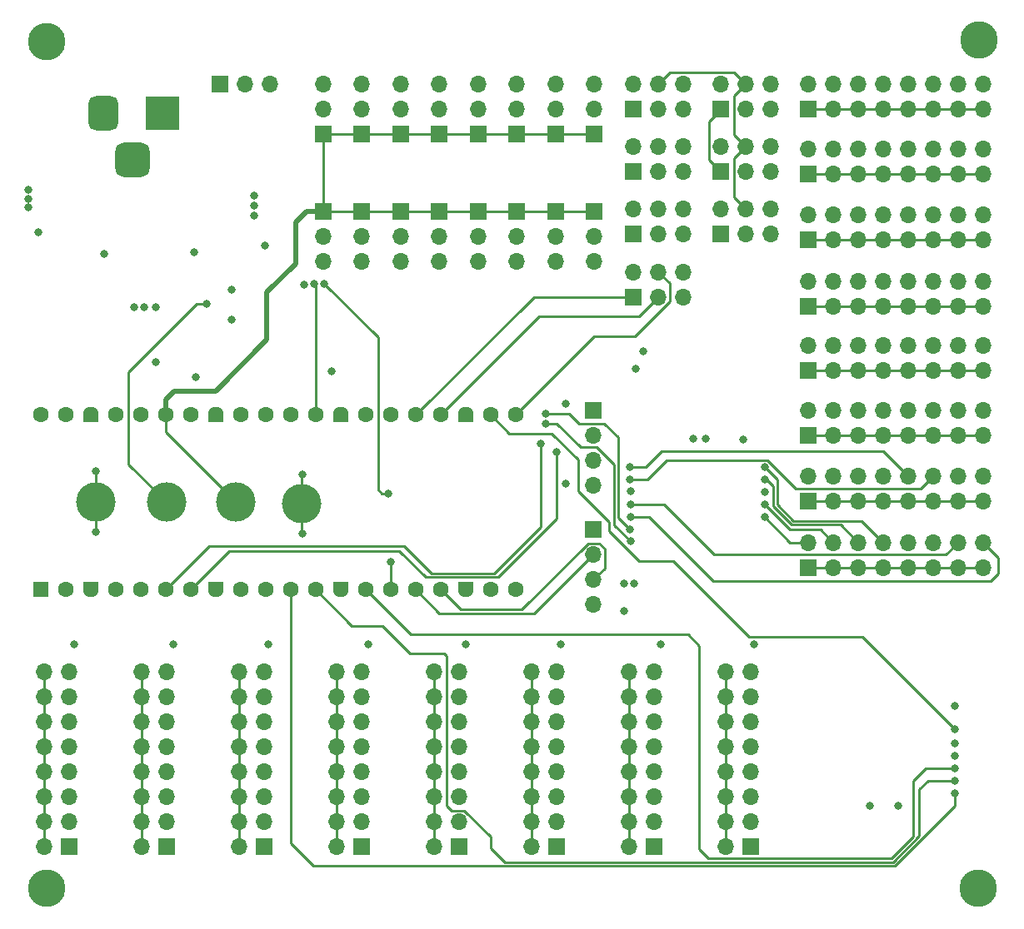
<source format=gbr>
%TF.GenerationSoftware,KiCad,Pcbnew,8.0.8*%
%TF.CreationDate,2025-03-09T11:30:45-03:00*%
%TF.ProjectId,pi_controller,70695f63-6f6e-4747-926f-6c6c65722e6b,1.0*%
%TF.SameCoordinates,Original*%
%TF.FileFunction,Copper,L4,Bot*%
%TF.FilePolarity,Positive*%
%FSLAX46Y46*%
G04 Gerber Fmt 4.6, Leading zero omitted, Abs format (unit mm)*
G04 Created by KiCad (PCBNEW 8.0.8) date 2025-03-09 11:30:45*
%MOMM*%
%LPD*%
G01*
G04 APERTURE LIST*
G04 Aperture macros list*
%AMRoundRect*
0 Rectangle with rounded corners*
0 $1 Rounding radius*
0 $2 $3 $4 $5 $6 $7 $8 $9 X,Y pos of 4 corners*
0 Add a 4 corners polygon primitive as box body*
4,1,4,$2,$3,$4,$5,$6,$7,$8,$9,$2,$3,0*
0 Add four circle primitives for the rounded corners*
1,1,$1+$1,$2,$3*
1,1,$1+$1,$4,$5*
1,1,$1+$1,$6,$7*
1,1,$1+$1,$8,$9*
0 Add four rect primitives between the rounded corners*
20,1,$1+$1,$2,$3,$4,$5,0*
20,1,$1+$1,$4,$5,$6,$7,0*
20,1,$1+$1,$6,$7,$8,$9,0*
20,1,$1+$1,$8,$9,$2,$3,0*%
%AMFreePoly0*
4,1,28,0.605014,0.794986,0.644504,0.794986,0.724698,0.756366,0.780194,0.686777,0.800000,0.600000,0.800000,-0.600000,0.780194,-0.686777,0.724698,-0.756366,0.644504,-0.794986,0.605014,-0.794986,0.600000,-0.800000,0.000000,-0.800000,-0.178017,-0.779942,-0.347107,-0.720775,-0.498792,-0.625465,-0.625465,-0.498792,-0.720775,-0.347107,-0.779942,-0.178017,-0.800000,0.000000,-0.779942,0.178017,
-0.720775,0.347107,-0.625465,0.498792,-0.498792,0.625465,-0.347107,0.720775,-0.178017,0.779942,0.000000,0.800000,0.600000,0.800000,0.605014,0.794986,0.605014,0.794986,$1*%
%AMFreePoly1*
4,1,28,0.178017,0.779942,0.347107,0.720775,0.498792,0.625465,0.625465,0.498792,0.720775,0.347107,0.779942,0.178017,0.800000,0.000000,0.779942,-0.178017,0.720775,-0.347107,0.625465,-0.498792,0.498792,-0.625465,0.347107,-0.720775,0.178017,-0.779942,0.000000,-0.800000,-0.600000,-0.800000,-0.605014,-0.794986,-0.644504,-0.794986,-0.724698,-0.756366,-0.780194,-0.686777,-0.800000,-0.600000,
-0.800000,0.600000,-0.780194,0.686777,-0.724698,0.756366,-0.644504,0.794986,-0.605014,0.794986,-0.600000,0.800000,0.000000,0.800000,0.178017,0.779942,0.178017,0.779942,$1*%
G04 Aperture macros list end*
%TA.AperFunction,ComponentPad*%
%ADD10R,3.500000X3.500000*%
%TD*%
%TA.AperFunction,ComponentPad*%
%ADD11RoundRect,0.750000X-0.750000X-1.000000X0.750000X-1.000000X0.750000X1.000000X-0.750000X1.000000X0*%
%TD*%
%TA.AperFunction,ComponentPad*%
%ADD12RoundRect,0.875000X-0.875000X-0.875000X0.875000X-0.875000X0.875000X0.875000X-0.875000X0.875000X0*%
%TD*%
%TA.AperFunction,ComponentPad*%
%ADD13RoundRect,0.200000X0.600000X-0.600000X0.600000X0.600000X-0.600000X0.600000X-0.600000X-0.600000X0*%
%TD*%
%TA.AperFunction,ComponentPad*%
%ADD14C,1.600000*%
%TD*%
%TA.AperFunction,ComponentPad*%
%ADD15FreePoly0,90.000000*%
%TD*%
%TA.AperFunction,ComponentPad*%
%ADD16FreePoly1,90.000000*%
%TD*%
%TA.AperFunction,SMDPad,CuDef*%
%ADD17C,4.000000*%
%TD*%
%TA.AperFunction,ComponentPad*%
%ADD18C,2.600000*%
%TD*%
%TA.AperFunction,ConnectorPad*%
%ADD19C,3.800000*%
%TD*%
%TA.AperFunction,ComponentPad*%
%ADD20R,1.700000X1.700000*%
%TD*%
%TA.AperFunction,ComponentPad*%
%ADD21O,1.700000X1.700000*%
%TD*%
%TA.AperFunction,ViaPad*%
%ADD22C,0.800000*%
%TD*%
%TA.AperFunction,Conductor*%
%ADD23C,0.250000*%
%TD*%
%TA.AperFunction,Conductor*%
%ADD24C,0.500000*%
%TD*%
G04 APERTURE END LIST*
D10*
%TO.P,J2,1*%
%TO.N,+9V*%
X103409000Y-66098500D03*
D11*
%TO.P,J2,2*%
%TO.N,GND*%
X97409000Y-66098500D03*
D12*
%TO.P,J2,3*%
%TO.N,unconnected-(J2-Pad3)*%
X100409000Y-70798500D03*
%TD*%
D13*
%TO.P,U4,1,GPIO0*%
%TO.N,/ROW1*%
X91059000Y-114554000D03*
D14*
%TO.P,U4,2,GPIO1*%
%TO.N,/ROW2*%
X93599000Y-114554000D03*
D15*
%TO.P,U4,3,GND*%
%TO.N,GND*%
X96139000Y-114554000D03*
D14*
%TO.P,U4,4,GPIO2*%
%TO.N,/ROW3*%
X98679000Y-114554000D03*
%TO.P,U4,5,GPIO3*%
%TO.N,/ROW4*%
X101219000Y-114554000D03*
%TO.P,U4,6,GPIO4*%
%TO.N,/SDA*%
X103759000Y-114554000D03*
%TO.P,U4,7,GPIO5*%
%TO.N,/SCL*%
X106299000Y-114554000D03*
D15*
%TO.P,U4,8,GND*%
%TO.N,GND*%
X108839000Y-114554000D03*
D14*
%TO.P,U4,9,GPIO6*%
%TO.N,/ROW5*%
X111379000Y-114554000D03*
%TO.P,U4,10,GPIO7*%
%TO.N,/ROW6*%
X113919000Y-114554000D03*
%TO.P,U4,11,GPIO8*%
%TO.N,/COL_MUX_A*%
X116459000Y-114554000D03*
%TO.P,U4,12,GPIO9*%
%TO.N,/COL_MUX_B*%
X118999000Y-114554000D03*
D15*
%TO.P,U4,13,GND*%
%TO.N,GND*%
X121539000Y-114554000D03*
D14*
%TO.P,U4,14,GPIO10*%
%TO.N,/COL_MUX_C*%
X124079000Y-114554000D03*
%TO.P,U4,15,GPIO11*%
%TO.N,/ADC_MUX_D*%
X126619000Y-114554000D03*
%TO.P,U4,16,GPIO12*%
%TO.N,/UART0_TX*%
X129159000Y-114554000D03*
%TO.P,U4,17,GPIO13*%
%TO.N,/UART0_RX*%
X131699000Y-114554000D03*
D15*
%TO.P,U4,18,GND*%
%TO.N,GND*%
X134239000Y-114554000D03*
D14*
%TO.P,U4,19,GPIO14*%
%TO.N,/ROW7*%
X136779000Y-114554000D03*
%TO.P,U4,20,GPIO15*%
%TO.N,/ROW8*%
X139319000Y-114554000D03*
%TO.P,U4,21,GPIO16*%
%TO.N,/MISO*%
X139319000Y-96774000D03*
%TO.P,U4,22,GPIO17*%
%TO.N,/CS_KEY*%
X136779000Y-96774000D03*
D16*
%TO.P,U4,23,GND*%
%TO.N,GND*%
X134239000Y-96774000D03*
D14*
%TO.P,U4,24,GPIO18*%
%TO.N,/SCLK*%
X131699000Y-96774000D03*
%TO.P,U4,25,GPIO19*%
%TO.N,/MOSI*%
X129159000Y-96774000D03*
%TO.P,U4,26,GPIO20*%
%TO.N,/ADC_MUX_A*%
X126619000Y-96774000D03*
%TO.P,U4,27,GPIO21*%
%TO.N,/ADC_MUX_B*%
X124079000Y-96774000D03*
D16*
%TO.P,U4,28,GND*%
%TO.N,GND*%
X121539000Y-96774000D03*
D14*
%TO.P,U4,29,GPIO22*%
%TO.N,/ADC_MUX_C*%
X118999000Y-96774000D03*
%TO.P,U4,30,RUN*%
%TO.N,unconnected-(U4-RUN-Pad30)*%
X116459000Y-96774000D03*
%TO.P,U4,31,GPIO26_ADC0*%
%TO.N,/ADC0*%
X113919000Y-96774000D03*
%TO.P,U4,32,GPIO27_ADC1*%
%TO.N,/CS_LED*%
X111379000Y-96774000D03*
D16*
%TO.P,U4,33,AGND*%
%TO.N,GND*%
X108839000Y-96774000D03*
D14*
%TO.P,U4,34,GPIO28_ADC2*%
%TO.N,/PWM_OUT*%
X106299000Y-96774000D03*
%TO.P,U4,35,ADC_VREF*%
%TO.N,VDDA*%
X103759000Y-96774000D03*
%TO.P,U4,36,3V3*%
%TO.N,unconnected-(U4-3V3-Pad36)*%
X101219000Y-96774000D03*
%TO.P,U4,37,3V3_EN*%
%TO.N,unconnected-(U4-3V3_EN-Pad37)*%
X98679000Y-96774000D03*
D16*
%TO.P,U4,38,GND*%
%TO.N,GND*%
X96139000Y-96774000D03*
D14*
%TO.P,U4,39,VSYS*%
%TO.N,unconnected-(U4-VSYS-Pad39)*%
X93599000Y-96774000D03*
%TO.P,U4,40,VBUS*%
%TO.N,unconnected-(U4-VBUS-Pad40)*%
X91059000Y-96774000D03*
%TD*%
D17*
%TO.P,TP2,1,1*%
%TO.N,VDDA*%
X110871000Y-105664000D03*
%TD*%
%TO.P,TP3,1,1*%
%TO.N,Net-(D1-A)*%
X103812666Y-105664000D03*
%TD*%
%TO.P,TP4,1,1*%
%TO.N,+3V3*%
X96647000Y-105664000D03*
%TD*%
%TO.P,TP1,1,1*%
%TO.N,GND*%
X117602000Y-105791000D03*
%TD*%
D18*
%TO.P,H3,1,1*%
%TO.N,GND*%
X91694000Y-144907000D03*
D19*
X91694000Y-144907000D03*
%TD*%
D18*
%TO.P,H2,1,1*%
%TO.N,GND*%
X186436000Y-58674000D03*
D19*
X186436000Y-58674000D03*
%TD*%
D18*
%TO.P,H1,1,1*%
%TO.N,GND*%
X91694000Y-58801000D03*
D19*
X91694000Y-58801000D03*
%TD*%
D18*
%TO.P,H4,1,1*%
%TO.N,GND*%
X186309000Y-144907000D03*
D19*
X186309000Y-144907000D03*
%TD*%
D20*
%TO.P,J23,1,Pin_1*%
%TO.N,/MOSI*%
X160147000Y-65659000D03*
D21*
%TO.P,J23,2,Pin_2*%
%TO.N,+3V3*%
X160147000Y-63119000D03*
%TO.P,J23,3,Pin_3*%
%TO.N,/SCLK*%
X162687000Y-65659000D03*
%TO.P,J23,4,Pin_4*%
%TO.N,/MISO*%
X162687000Y-63119000D03*
%TO.P,J23,5,Pin_5*%
%TO.N,/CS7*%
X165227000Y-65659000D03*
%TO.P,J23,6,Pin_6*%
%TO.N,GND*%
X165227000Y-63119000D03*
%TD*%
D20*
%TO.P,J22,1,Pin_1*%
%TO.N,/MOSI*%
X151257000Y-65659000D03*
D21*
%TO.P,J22,2,Pin_2*%
%TO.N,+3V3*%
X151257000Y-63119000D03*
%TO.P,J22,3,Pin_3*%
%TO.N,/SCLK*%
X153797000Y-65659000D03*
%TO.P,J22,4,Pin_4*%
%TO.N,/MISO*%
X153797000Y-63119000D03*
%TO.P,J22,5,Pin_5*%
%TO.N,/CS5*%
X156337000Y-65659000D03*
%TO.P,J22,6,Pin_6*%
%TO.N,GND*%
X156337000Y-63119000D03*
%TD*%
D20*
%TO.P,J21,1,Pin_1*%
%TO.N,/MOSI*%
X151272000Y-78363999D03*
D21*
%TO.P,J21,2,Pin_2*%
%TO.N,+3V3*%
X151272000Y-75823999D03*
%TO.P,J21,3,Pin_3*%
%TO.N,/SCLK*%
X153812000Y-78363999D03*
%TO.P,J21,4,Pin_4*%
%TO.N,/MISO*%
X153812000Y-75823999D03*
%TO.P,J21,5,Pin_5*%
%TO.N,/CS3*%
X156352000Y-78363999D03*
%TO.P,J21,6,Pin_6*%
%TO.N,GND*%
X156352000Y-75823999D03*
%TD*%
D20*
%TO.P,J20,1,Pin_1*%
%TO.N,/MOSI*%
X160147000Y-72009000D03*
D21*
%TO.P,J20,2,Pin_2*%
%TO.N,+3V3*%
X160147000Y-69469000D03*
%TO.P,J20,3,Pin_3*%
%TO.N,/SCLK*%
X162687000Y-72009000D03*
%TO.P,J20,4,Pin_4*%
%TO.N,/MISO*%
X162687000Y-69469000D03*
%TO.P,J20,5,Pin_5*%
%TO.N,/CS8*%
X165227000Y-72009000D03*
%TO.P,J20,6,Pin_6*%
%TO.N,GND*%
X165227000Y-69469000D03*
%TD*%
D20*
%TO.P,J19,1,Pin_1*%
%TO.N,/MOSI*%
X160147000Y-78359000D03*
D21*
%TO.P,J19,2,Pin_2*%
%TO.N,+3V3*%
X160147000Y-75819000D03*
%TO.P,J19,3,Pin_3*%
%TO.N,/SCLK*%
X162687000Y-78359000D03*
%TO.P,J19,4,Pin_4*%
%TO.N,/MISO*%
X162687000Y-75819000D03*
%TO.P,J19,5,Pin_5*%
%TO.N,/CS6*%
X165227000Y-78359000D03*
%TO.P,J19,6,Pin_6*%
%TO.N,GND*%
X165227000Y-75819000D03*
%TD*%
D20*
%TO.P,J18,1,Pin_1*%
%TO.N,/MOSI*%
X151257000Y-72009000D03*
D21*
%TO.P,J18,2,Pin_2*%
%TO.N,+3V3*%
X151257000Y-69469000D03*
%TO.P,J18,3,Pin_3*%
%TO.N,/SCLK*%
X153797000Y-72009000D03*
%TO.P,J18,4,Pin_4*%
%TO.N,/MISO*%
X153797000Y-69469000D03*
%TO.P,J18,5,Pin_5*%
%TO.N,/CS4*%
X156337000Y-72009000D03*
%TO.P,J18,6,Pin_6*%
%TO.N,GND*%
X156337000Y-69469000D03*
%TD*%
D20*
%TO.P,J17,1,Pin_1*%
%TO.N,/MOSI*%
X151272000Y-84756332D03*
D21*
%TO.P,J17,2,Pin_2*%
%TO.N,+3V3*%
X151272000Y-82216332D03*
%TO.P,J17,3,Pin_3*%
%TO.N,/SCLK*%
X153812000Y-84756332D03*
%TO.P,J17,4,Pin_4*%
%TO.N,/MISO*%
X153812000Y-82216332D03*
%TO.P,J17,5,Pin_5*%
%TO.N,/CS2*%
X156352000Y-84756332D03*
%TO.P,J17,6,Pin_6*%
%TO.N,GND*%
X156352000Y-82216332D03*
%TD*%
%TO.P,J43,16,Pin_16*%
%TO.N,/ROW8*%
X160688000Y-122936000D03*
%TO.P,J43,15,Pin_15*%
%TO.N,Net-(D54-A)*%
X163228000Y-122936000D03*
%TO.P,J43,14,Pin_14*%
%TO.N,/ROW8*%
X160688000Y-125476000D03*
%TO.P,J43,13,Pin_13*%
%TO.N,Net-(D52-A)*%
X163228000Y-125476000D03*
%TO.P,J43,12,Pin_12*%
%TO.N,/ROW8*%
X160688000Y-128016000D03*
%TO.P,J43,11,Pin_11*%
%TO.N,Net-(D53-A)*%
X163228000Y-128016000D03*
%TO.P,J43,10,Pin_10*%
%TO.N,/ROW8*%
X160688000Y-130556000D03*
%TO.P,J43,9,Pin_9*%
%TO.N,Net-(D51-A)*%
X163228000Y-130556000D03*
%TO.P,J43,8,Pin_8*%
%TO.N,/ROW8*%
X160688000Y-133096000D03*
%TO.P,J43,7,Pin_7*%
%TO.N,Net-(D55-A)*%
X163228000Y-133096000D03*
%TO.P,J43,6,Pin_6*%
%TO.N,/ROW8*%
X160688000Y-135636000D03*
%TO.P,J43,5,Pin_5*%
%TO.N,Net-(D57-A)*%
X163228000Y-135636000D03*
%TO.P,J43,4,Pin_4*%
%TO.N,/ROW8*%
X160688000Y-138176000D03*
%TO.P,J43,3,Pin_3*%
%TO.N,Net-(D56-A)*%
X163228000Y-138176000D03*
%TO.P,J43,2,Pin_2*%
%TO.N,/ROW8*%
X160688000Y-140716000D03*
D20*
%TO.P,J43,1,Pin_1*%
%TO.N,Net-(D65-A)*%
X163228000Y-140716000D03*
%TD*%
%TO.P,J42,1,Pin_1*%
%TO.N,Net-(D63-A)*%
X153416000Y-140716000D03*
D21*
%TO.P,J42,2,Pin_2*%
%TO.N,/ROW7*%
X150876000Y-140716000D03*
%TO.P,J42,3,Pin_3*%
%TO.N,Net-(D48-A)*%
X153416000Y-138176000D03*
%TO.P,J42,4,Pin_4*%
%TO.N,/ROW7*%
X150876000Y-138176000D03*
%TO.P,J42,5,Pin_5*%
%TO.N,Net-(D50-A)*%
X153416000Y-135636000D03*
%TO.P,J42,6,Pin_6*%
%TO.N,/ROW7*%
X150876000Y-135636000D03*
%TO.P,J42,7,Pin_7*%
%TO.N,Net-(D38-A)*%
X153416000Y-133096000D03*
%TO.P,J42,8,Pin_8*%
%TO.N,/ROW7*%
X150876000Y-133096000D03*
%TO.P,J42,9,Pin_9*%
%TO.N,Net-(D39-A)*%
X153416000Y-130556000D03*
%TO.P,J42,10,Pin_10*%
%TO.N,/ROW7*%
X150876000Y-130556000D03*
%TO.P,J42,11,Pin_11*%
%TO.N,Net-(D49-A)*%
X153416000Y-128016000D03*
%TO.P,J42,12,Pin_12*%
%TO.N,/ROW7*%
X150876000Y-128016000D03*
%TO.P,J42,13,Pin_13*%
%TO.N,Net-(D37-A)*%
X153416000Y-125476000D03*
%TO.P,J42,14,Pin_14*%
%TO.N,/ROW7*%
X150876000Y-125476000D03*
%TO.P,J42,15,Pin_15*%
%TO.N,Net-(D47-A)*%
X153416000Y-122936000D03*
%TO.P,J42,16,Pin_16*%
%TO.N,/ROW7*%
X150876000Y-122936000D03*
%TD*%
D20*
%TO.P,J41,1,Pin_1*%
%TO.N,Net-(D64-A)*%
X143510000Y-140716000D03*
D21*
%TO.P,J41,2,Pin_2*%
%TO.N,/ROW6*%
X140970000Y-140716000D03*
%TO.P,J41,3,Pin_3*%
%TO.N,Net-(D40-A)*%
X143510000Y-138176000D03*
%TO.P,J41,4,Pin_4*%
%TO.N,/ROW6*%
X140970000Y-138176000D03*
%TO.P,J41,5,Pin_5*%
%TO.N,Net-(D41-A)*%
X143510000Y-135636000D03*
%TO.P,J41,6,Pin_6*%
%TO.N,/ROW6*%
X140970000Y-135636000D03*
%TO.P,J41,7,Pin_7*%
%TO.N,Net-(D42-A)*%
X143510000Y-133096000D03*
%TO.P,J41,8,Pin_8*%
%TO.N,/ROW6*%
X140970000Y-133096000D03*
%TO.P,J41,9,Pin_9*%
%TO.N,Net-(D43-A)*%
X143510000Y-130556000D03*
%TO.P,J41,10,Pin_10*%
%TO.N,/ROW6*%
X140970000Y-130556000D03*
%TO.P,J41,11,Pin_11*%
%TO.N,Net-(D44-A)*%
X143510000Y-128016000D03*
%TO.P,J41,12,Pin_12*%
%TO.N,/ROW6*%
X140970000Y-128016000D03*
%TO.P,J41,13,Pin_13*%
%TO.N,Net-(D45-A)*%
X143510000Y-125476000D03*
%TO.P,J41,14,Pin_14*%
%TO.N,/ROW6*%
X140970000Y-125476000D03*
%TO.P,J41,15,Pin_15*%
%TO.N,Net-(D46-A)*%
X143510000Y-122936000D03*
%TO.P,J41,16,Pin_16*%
%TO.N,/ROW6*%
X140970000Y-122936000D03*
%TD*%
D20*
%TO.P,J40,1,Pin_1*%
%TO.N,Net-(D62-A)*%
X123698000Y-140700210D03*
D21*
%TO.P,J40,2,Pin_2*%
%TO.N,/ROW4*%
X121158000Y-140700210D03*
%TO.P,J40,3,Pin_3*%
%TO.N,Net-(D31-A)*%
X123698000Y-138160210D03*
%TO.P,J40,4,Pin_4*%
%TO.N,/ROW4*%
X121158000Y-138160210D03*
%TO.P,J40,5,Pin_5*%
%TO.N,Net-(D28-A)*%
X123698000Y-135620210D03*
%TO.P,J40,6,Pin_6*%
%TO.N,/ROW4*%
X121158000Y-135620210D03*
%TO.P,J40,7,Pin_7*%
%TO.N,Net-(D25-A)*%
X123698000Y-133080210D03*
%TO.P,J40,8,Pin_8*%
%TO.N,/ROW4*%
X121158000Y-133080210D03*
%TO.P,J40,9,Pin_9*%
%TO.N,Net-(D23-A)*%
X123698000Y-130540210D03*
%TO.P,J40,10,Pin_10*%
%TO.N,/ROW4*%
X121158000Y-130540210D03*
%TO.P,J40,11,Pin_11*%
%TO.N,Net-(D21-A)*%
X123698000Y-128000210D03*
%TO.P,J40,12,Pin_12*%
%TO.N,/ROW4*%
X121158000Y-128000210D03*
%TO.P,J40,13,Pin_13*%
%TO.N,Net-(D18-A)*%
X123698000Y-125460210D03*
%TO.P,J40,14,Pin_14*%
%TO.N,/ROW4*%
X121158000Y-125460210D03*
%TO.P,J40,15,Pin_15*%
%TO.N,Net-(D16-A)*%
X123698000Y-122920210D03*
%TO.P,J40,16,Pin_16*%
%TO.N,/ROW4*%
X121158000Y-122920210D03*
%TD*%
%TO.P,J37,16,Pin_16*%
%TO.N,/ROW2*%
X101346000Y-122936000D03*
%TO.P,J37,15,Pin_15*%
%TO.N,Net-(D4-A)*%
X103886000Y-122936000D03*
%TO.P,J37,14,Pin_14*%
%TO.N,/ROW2*%
X101346000Y-125476000D03*
%TO.P,J37,13,Pin_13*%
%TO.N,Net-(D15-A)*%
X103886000Y-125476000D03*
%TO.P,J37,12,Pin_12*%
%TO.N,/ROW2*%
X101346000Y-128016000D03*
%TO.P,J37,11,Pin_11*%
%TO.N,Net-(D6-A)*%
X103886000Y-128016000D03*
%TO.P,J37,10,Pin_10*%
%TO.N,/ROW2*%
X101346000Y-130556000D03*
%TO.P,J37,9,Pin_9*%
%TO.N,Net-(D8-A)*%
X103886000Y-130556000D03*
%TO.P,J37,8,Pin_8*%
%TO.N,/ROW2*%
X101346000Y-133096000D03*
%TO.P,J37,7,Pin_7*%
%TO.N,Net-(D10-A)*%
X103886000Y-133096000D03*
%TO.P,J37,6,Pin_6*%
%TO.N,/ROW2*%
X101346000Y-135636000D03*
%TO.P,J37,5,Pin_5*%
%TO.N,Net-(D14-A)*%
X103886000Y-135636000D03*
%TO.P,J37,4,Pin_4*%
%TO.N,/ROW2*%
X101346000Y-138176000D03*
%TO.P,J37,3,Pin_3*%
%TO.N,Net-(D13-A)*%
X103886000Y-138176000D03*
%TO.P,J37,2,Pin_2*%
%TO.N,/ROW2*%
X101346000Y-140716000D03*
D20*
%TO.P,J37,1,Pin_1*%
%TO.N,Net-(D59-A)*%
X103886000Y-140716000D03*
%TD*%
D21*
%TO.P,J36,16,Pin_16*%
%TO.N,/ROW1*%
X91440000Y-122936000D03*
%TO.P,J36,15,Pin_15*%
%TO.N,Net-(D3-A)*%
X93980000Y-122936000D03*
%TO.P,J36,14,Pin_14*%
%TO.N,/ROW1*%
X91440000Y-125476000D03*
%TO.P,J36,13,Pin_13*%
%TO.N,Net-(D5-A)*%
X93980000Y-125476000D03*
%TO.P,J36,12,Pin_12*%
%TO.N,/ROW1*%
X91440000Y-128016000D03*
%TO.P,J36,11,Pin_11*%
%TO.N,Net-(D7-A)*%
X93980000Y-128016000D03*
%TO.P,J36,10,Pin_10*%
%TO.N,/ROW1*%
X91440000Y-130556000D03*
%TO.P,J36,9,Pin_9*%
%TO.N,Net-(D9-A)*%
X93980000Y-130556000D03*
%TO.P,J36,8,Pin_8*%
%TO.N,/ROW1*%
X91440000Y-133096000D03*
%TO.P,J36,7,Pin_7*%
%TO.N,Net-(D11-A)*%
X93980000Y-133096000D03*
%TO.P,J36,6,Pin_6*%
%TO.N,/ROW1*%
X91440000Y-135636000D03*
%TO.P,J36,5,Pin_5*%
%TO.N,Net-(D2-A)*%
X93980000Y-135636000D03*
%TO.P,J36,4,Pin_4*%
%TO.N,/ROW1*%
X91440000Y-138176000D03*
%TO.P,J36,3,Pin_3*%
%TO.N,Net-(D12-A)*%
X93980000Y-138176000D03*
%TO.P,J36,2,Pin_2*%
%TO.N,/ROW1*%
X91440000Y-140716000D03*
D20*
%TO.P,J36,1,Pin_1*%
%TO.N,Net-(D58-A)*%
X93980000Y-140716000D03*
%TD*%
%TO.P,J25,1,Pin_1*%
%TO.N,VDDA*%
X147320000Y-68199000D03*
D21*
%TO.P,J25,2,Pin_2*%
%TO.N,/AN16*%
X147320000Y-65659000D03*
%TO.P,J25,3,Pin_3*%
%TO.N,GND*%
X147320000Y-63119000D03*
%TD*%
D20*
%TO.P,J14,1,Pin_1*%
%TO.N,VDDA*%
X139446000Y-68229000D03*
D21*
%TO.P,J14,2,Pin_2*%
%TO.N,/AN14*%
X139446000Y-65689000D03*
%TO.P,J14,3,Pin_3*%
%TO.N,GND*%
X139446000Y-63149000D03*
%TD*%
D20*
%TO.P,J3,1,Pin_1*%
%TO.N,VDDA*%
X131572000Y-68229000D03*
D21*
%TO.P,J3,2,Pin_2*%
%TO.N,/AN12*%
X131572000Y-65689000D03*
%TO.P,J3,3,Pin_3*%
%TO.N,GND*%
X131572000Y-63149000D03*
%TD*%
D20*
%TO.P,J13,1,Pin_1*%
%TO.N,VDDA*%
X123698000Y-68199000D03*
D21*
%TO.P,J13,2,Pin_2*%
%TO.N,/AN10*%
X123698000Y-65659000D03*
%TO.P,J13,3,Pin_3*%
%TO.N,GND*%
X123698000Y-63119000D03*
%TD*%
D20*
%TO.P,J12,1,Pin_1*%
%TO.N,VDDA*%
X119761000Y-76118000D03*
D21*
%TO.P,J12,2,Pin_2*%
%TO.N,/AN8*%
X119761000Y-78658000D03*
%TO.P,J12,3,Pin_3*%
%TO.N,GND*%
X119761000Y-81198000D03*
%TD*%
D20*
%TO.P,J11,1,Pin_1*%
%TO.N,VDDA*%
X127635000Y-76118000D03*
D21*
%TO.P,J11,2,Pin_2*%
%TO.N,/AN6*%
X127635000Y-78658000D03*
%TO.P,J11,3,Pin_3*%
%TO.N,GND*%
X127635000Y-81198000D03*
%TD*%
D20*
%TO.P,J10,1,Pin_1*%
%TO.N,VDDA*%
X135509000Y-76118000D03*
D21*
%TO.P,J10,2,Pin_2*%
%TO.N,/AN4*%
X135509000Y-78658000D03*
%TO.P,J10,3,Pin_3*%
%TO.N,GND*%
X135509000Y-81198000D03*
%TD*%
D20*
%TO.P,J16,1,Pin_1*%
%TO.N,VDDA*%
X143383000Y-76118000D03*
D21*
%TO.P,J16,2,Pin_2*%
%TO.N,/AN2*%
X143383000Y-78658000D03*
%TO.P,J16,3,Pin_3*%
%TO.N,GND*%
X143383000Y-81198000D03*
%TD*%
D20*
%TO.P,J15,1,Pin_1*%
%TO.N,VDDA*%
X143383000Y-68199000D03*
D21*
%TO.P,J15,2,Pin_2*%
%TO.N,/AN15*%
X143383000Y-65659000D03*
%TO.P,J15,3,Pin_3*%
%TO.N,GND*%
X143383000Y-63119000D03*
%TD*%
D20*
%TO.P,J9,1,Pin_1*%
%TO.N,VDDA*%
X135509000Y-68229000D03*
D21*
%TO.P,J9,2,Pin_2*%
%TO.N,/AN13*%
X135509000Y-65689000D03*
%TO.P,J9,3,Pin_3*%
%TO.N,GND*%
X135509000Y-63149000D03*
%TD*%
D20*
%TO.P,J6,1,Pin_1*%
%TO.N,VDDA*%
X127635000Y-68229000D03*
D21*
%TO.P,J6,2,Pin_2*%
%TO.N,/AN11*%
X127635000Y-65689000D03*
%TO.P,J6,3,Pin_3*%
%TO.N,GND*%
X127635000Y-63149000D03*
%TD*%
D20*
%TO.P,J5,1,Pin_1*%
%TO.N,VDDA*%
X119761000Y-68199000D03*
D21*
%TO.P,J5,2,Pin_2*%
%TO.N,/AN9*%
X119761000Y-65659000D03*
%TO.P,J5,3,Pin_3*%
%TO.N,GND*%
X119761000Y-63119000D03*
%TD*%
D20*
%TO.P,J4,1,Pin_1*%
%TO.N,VDDA*%
X123698000Y-76118000D03*
D21*
%TO.P,J4,2,Pin_2*%
%TO.N,/AN7*%
X123698000Y-78658000D03*
%TO.P,J4,3,Pin_3*%
%TO.N,GND*%
X123698000Y-81198000D03*
%TD*%
D20*
%TO.P,J7,1,Pin_1*%
%TO.N,VDDA*%
X131572000Y-76118000D03*
D21*
%TO.P,J7,2,Pin_2*%
%TO.N,/AN5*%
X131572000Y-78658000D03*
%TO.P,J7,3,Pin_3*%
%TO.N,GND*%
X131572000Y-81198000D03*
%TD*%
D20*
%TO.P,J8,1,Pin_1*%
%TO.N,VDDA*%
X139446000Y-76118000D03*
D21*
%TO.P,J8,2,Pin_2*%
%TO.N,/AN3*%
X139446000Y-78658000D03*
%TO.P,J8,3,Pin_3*%
%TO.N,GND*%
X139446000Y-81198000D03*
%TD*%
D20*
%TO.P,J24,1,Pin_1*%
%TO.N,VDDA*%
X147320000Y-76118000D03*
D21*
%TO.P,J24,2,Pin_2*%
%TO.N,/AN1*%
X147320000Y-78658000D03*
%TO.P,J24,3,Pin_3*%
%TO.N,GND*%
X147320000Y-81198000D03*
%TD*%
%TO.P,J1,3,Pin_3*%
%TO.N,GND*%
X114315000Y-63119000D03*
%TO.P,J1,2,Pin_2*%
%TO.N,Net-(J1-Pin_2)*%
X111775000Y-63119000D03*
D20*
%TO.P,J1,1,Pin_1*%
%TO.N,+9V*%
X109235000Y-63119000D03*
%TD*%
%TO.P,J31,1,Pin_1*%
%TO.N,+3V3*%
X147193000Y-108458000D03*
D21*
%TO.P,J31,2,Pin_2*%
%TO.N,/UART0_TX*%
X147193000Y-110998000D03*
%TO.P,J31,3,Pin_3*%
%TO.N,/UART0_RX*%
X147193000Y-113538000D03*
%TO.P,J31,4,Pin_4*%
%TO.N,GND*%
X147193000Y-116078000D03*
%TD*%
%TO.P,J30,4,Pin_4*%
%TO.N,GND*%
X147193000Y-103896000D03*
%TO.P,J30,3,Pin_3*%
%TO.N,/SCL*%
X147193000Y-101356000D03*
%TO.P,J30,2,Pin_2*%
%TO.N,/SDA*%
X147193000Y-98816000D03*
D20*
%TO.P,J30,1,Pin_1*%
%TO.N,+3V3*%
X147193000Y-96276000D03*
%TD*%
D21*
%TO.P,J39,16,Pin_16*%
%TO.N,/ROW5*%
X131064000Y-122936000D03*
%TO.P,J39,15,Pin_15*%
%TO.N,Net-(D19-A)*%
X133604000Y-122936000D03*
%TO.P,J39,14,Pin_14*%
%TO.N,/ROW5*%
X131064000Y-125476000D03*
%TO.P,J39,13,Pin_13*%
%TO.N,Net-(D17-A)*%
X133604000Y-125476000D03*
%TO.P,J39,12,Pin_12*%
%TO.N,/ROW5*%
X131064000Y-128016000D03*
%TO.P,J39,11,Pin_11*%
%TO.N,Net-(D20-A)*%
X133604000Y-128016000D03*
%TO.P,J39,10,Pin_10*%
%TO.N,/ROW5*%
X131064000Y-130556000D03*
%TO.P,J39,9,Pin_9*%
%TO.N,Net-(D22-A)*%
X133604000Y-130556000D03*
%TO.P,J39,8,Pin_8*%
%TO.N,/ROW5*%
X131064000Y-133096000D03*
%TO.P,J39,7,Pin_7*%
%TO.N,Net-(D24-A)*%
X133604000Y-133096000D03*
%TO.P,J39,6,Pin_6*%
%TO.N,/ROW5*%
X131064000Y-135636000D03*
%TO.P,J39,5,Pin_5*%
%TO.N,Net-(D27-A)*%
X133604000Y-135636000D03*
%TO.P,J39,4,Pin_4*%
%TO.N,/ROW5*%
X131064000Y-138176000D03*
%TO.P,J39,3,Pin_3*%
%TO.N,Net-(D30-A)*%
X133604000Y-138176000D03*
%TO.P,J39,2,Pin_2*%
%TO.N,/ROW5*%
X131064000Y-140716000D03*
D20*
%TO.P,J39,1,Pin_1*%
%TO.N,Net-(D61-A)*%
X133604000Y-140716000D03*
%TD*%
%TO.P,J38,1,Pin_1*%
%TO.N,Net-(D60-A)*%
X113792000Y-140716000D03*
D21*
%TO.P,J38,2,Pin_2*%
%TO.N,/ROW3*%
X111252000Y-140716000D03*
%TO.P,J38,3,Pin_3*%
%TO.N,Net-(D36-A)*%
X113792000Y-138176000D03*
%TO.P,J38,4,Pin_4*%
%TO.N,/ROW3*%
X111252000Y-138176000D03*
%TO.P,J38,5,Pin_5*%
%TO.N,Net-(D33-A)*%
X113792000Y-135636000D03*
%TO.P,J38,6,Pin_6*%
%TO.N,/ROW3*%
X111252000Y-135636000D03*
%TO.P,J38,7,Pin_7*%
%TO.N,Net-(D32-A)*%
X113792000Y-133096000D03*
%TO.P,J38,8,Pin_8*%
%TO.N,/ROW3*%
X111252000Y-133096000D03*
%TO.P,J38,9,Pin_9*%
%TO.N,Net-(D34-A)*%
X113792000Y-130556000D03*
%TO.P,J38,10,Pin_10*%
%TO.N,/ROW3*%
X111252000Y-130556000D03*
%TO.P,J38,11,Pin_11*%
%TO.N,Net-(D26-A)*%
X113792000Y-128016000D03*
%TO.P,J38,12,Pin_12*%
%TO.N,/ROW3*%
X111252000Y-128016000D03*
%TO.P,J38,13,Pin_13*%
%TO.N,Net-(D29-A)*%
X113792000Y-125476000D03*
%TO.P,J38,14,Pin_14*%
%TO.N,/ROW3*%
X111252000Y-125476000D03*
%TO.P,J38,15,Pin_15*%
%TO.N,Net-(D35-A)*%
X113792000Y-122936000D03*
%TO.P,J38,16,Pin_16*%
%TO.N,/ROW3*%
X111252000Y-122936000D03*
%TD*%
%TO.P,J27,16,Pin_16*%
%TO.N,/GRID1*%
X186817000Y-83190000D03*
%TO.P,J27,15,Pin_15*%
%TO.N,/SEG9*%
X186817000Y-85730000D03*
%TO.P,J27,14,Pin_14*%
%TO.N,/GRID2*%
X184277000Y-83190000D03*
%TO.P,J27,13,Pin_13*%
%TO.N,/SEG9*%
X184277000Y-85730000D03*
%TO.P,J27,12,Pin_12*%
%TO.N,/GRID3*%
X181737000Y-83190000D03*
%TO.P,J27,11,Pin_11*%
%TO.N,/SEG9*%
X181737000Y-85730000D03*
%TO.P,J27,10,Pin_10*%
%TO.N,/GRID4*%
X179197000Y-83190000D03*
%TO.P,J27,9,Pin_9*%
%TO.N,/SEG9*%
X179197000Y-85730000D03*
%TO.P,J27,8,Pin_8*%
%TO.N,/GRID5*%
X176657000Y-83190000D03*
%TO.P,J27,7,Pin_7*%
%TO.N,/SEG9*%
X176657000Y-85730000D03*
%TO.P,J27,6,Pin_6*%
%TO.N,/GRID6*%
X174117000Y-83190000D03*
%TO.P,J27,5,Pin_5*%
%TO.N,/SEG9*%
X174117000Y-85730000D03*
%TO.P,J27,4,Pin_4*%
%TO.N,/GRID7*%
X171577000Y-83190000D03*
%TO.P,J27,3,Pin_3*%
%TO.N,/SEG9*%
X171577000Y-85730000D03*
%TO.P,J27,2,Pin_2*%
%TO.N,/GRID8*%
X169037000Y-83190000D03*
D20*
%TO.P,J27,1,Pin_1*%
%TO.N,/SEG9*%
X169037000Y-85730000D03*
%TD*%
D21*
%TO.P,J28,16,Pin_16*%
%TO.N,/GRID1*%
X186817000Y-69723000D03*
%TO.P,J28,15,Pin_15*%
%TO.N,/SEG11*%
X186817000Y-72263000D03*
%TO.P,J28,14,Pin_14*%
%TO.N,/GRID2*%
X184277000Y-69723000D03*
%TO.P,J28,13,Pin_13*%
%TO.N,/SEG11*%
X184277000Y-72263000D03*
%TO.P,J28,12,Pin_12*%
%TO.N,/GRID3*%
X181737000Y-69723000D03*
%TO.P,J28,11,Pin_11*%
%TO.N,/SEG11*%
X181737000Y-72263000D03*
%TO.P,J28,10,Pin_10*%
%TO.N,/GRID4*%
X179197000Y-69723000D03*
%TO.P,J28,9,Pin_9*%
%TO.N,/SEG11*%
X179197000Y-72263000D03*
%TO.P,J28,8,Pin_8*%
%TO.N,/GRID5*%
X176657000Y-69723000D03*
%TO.P,J28,7,Pin_7*%
%TO.N,/SEG11*%
X176657000Y-72263000D03*
%TO.P,J28,6,Pin_6*%
%TO.N,/GRID6*%
X174117000Y-69723000D03*
%TO.P,J28,5,Pin_5*%
%TO.N,/SEG11*%
X174117000Y-72263000D03*
%TO.P,J28,4,Pin_4*%
%TO.N,/GRID7*%
X171577000Y-69723000D03*
%TO.P,J28,3,Pin_3*%
%TO.N,/SEG11*%
X171577000Y-72263000D03*
%TO.P,J28,2,Pin_2*%
%TO.N,/GRID8*%
X169037000Y-69723000D03*
D20*
%TO.P,J28,1,Pin_1*%
%TO.N,/SEG11*%
X169037000Y-72263000D03*
%TD*%
D21*
%TO.P,J35,16,Pin_16*%
%TO.N,/GRID1*%
X186817000Y-89667000D03*
%TO.P,J35,15,Pin_15*%
%TO.N,/SEG4*%
X186817000Y-92207000D03*
%TO.P,J35,14,Pin_14*%
%TO.N,/GRID2*%
X184277000Y-89667000D03*
%TO.P,J35,13,Pin_13*%
%TO.N,/SEG4*%
X184277000Y-92207000D03*
%TO.P,J35,12,Pin_12*%
%TO.N,/GRID3*%
X181737000Y-89667000D03*
%TO.P,J35,11,Pin_11*%
%TO.N,/SEG4*%
X181737000Y-92207000D03*
%TO.P,J35,10,Pin_10*%
%TO.N,/GRID4*%
X179197000Y-89667000D03*
%TO.P,J35,9,Pin_9*%
%TO.N,/SEG4*%
X179197000Y-92207000D03*
%TO.P,J35,8,Pin_8*%
%TO.N,/GRID5*%
X176657000Y-89667000D03*
%TO.P,J35,7,Pin_7*%
%TO.N,/SEG4*%
X176657000Y-92207000D03*
%TO.P,J35,6,Pin_6*%
%TO.N,/GRID6*%
X174117000Y-89667000D03*
%TO.P,J35,5,Pin_5*%
%TO.N,/SEG4*%
X174117000Y-92207000D03*
%TO.P,J35,4,Pin_4*%
%TO.N,/GRID7*%
X171577000Y-89667000D03*
%TO.P,J35,3,Pin_3*%
%TO.N,/SEG4*%
X171577000Y-92207000D03*
%TO.P,J35,2,Pin_2*%
%TO.N,/GRID8*%
X169037000Y-89667000D03*
D20*
%TO.P,J35,1,Pin_1*%
%TO.N,/SEG4*%
X169037000Y-92207000D03*
%TD*%
D21*
%TO.P,J29,16,Pin_16*%
%TO.N,/GRID1*%
X186817000Y-63119000D03*
%TO.P,J29,15,Pin_15*%
%TO.N,/SEG12*%
X186817000Y-65659000D03*
%TO.P,J29,14,Pin_14*%
%TO.N,/GRID2*%
X184277000Y-63119000D03*
%TO.P,J29,13,Pin_13*%
%TO.N,/SEG12*%
X184277000Y-65659000D03*
%TO.P,J29,12,Pin_12*%
%TO.N,/GRID3*%
X181737000Y-63119000D03*
%TO.P,J29,11,Pin_11*%
%TO.N,/SEG12*%
X181737000Y-65659000D03*
%TO.P,J29,10,Pin_10*%
%TO.N,/GRID4*%
X179197000Y-63119000D03*
%TO.P,J29,9,Pin_9*%
%TO.N,/SEG12*%
X179197000Y-65659000D03*
%TO.P,J29,8,Pin_8*%
%TO.N,/GRID5*%
X176657000Y-63119000D03*
%TO.P,J29,7,Pin_7*%
%TO.N,/SEG12*%
X176657000Y-65659000D03*
%TO.P,J29,6,Pin_6*%
%TO.N,/GRID6*%
X174117000Y-63119000D03*
%TO.P,J29,5,Pin_5*%
%TO.N,/SEG12*%
X174117000Y-65659000D03*
%TO.P,J29,4,Pin_4*%
%TO.N,/GRID7*%
X171577000Y-63119000D03*
%TO.P,J29,3,Pin_3*%
%TO.N,/SEG12*%
X171577000Y-65659000D03*
%TO.P,J29,2,Pin_2*%
%TO.N,/GRID8*%
X169037000Y-63119000D03*
D20*
%TO.P,J29,1,Pin_1*%
%TO.N,/SEG12*%
X169037000Y-65659000D03*
%TD*%
D21*
%TO.P,J34,16,Pin_16*%
%TO.N,/GRID1*%
X186817000Y-103002000D03*
%TO.P,J34,15,Pin_15*%
%TO.N,/SEG2*%
X186817000Y-105542000D03*
%TO.P,J34,14,Pin_14*%
%TO.N,/GRID2*%
X184277000Y-103002000D03*
%TO.P,J34,13,Pin_13*%
%TO.N,/SEG2*%
X184277000Y-105542000D03*
%TO.P,J34,12,Pin_12*%
%TO.N,/GRID3*%
X181737000Y-103002000D03*
%TO.P,J34,11,Pin_11*%
%TO.N,/SEG2*%
X181737000Y-105542000D03*
%TO.P,J34,10,Pin_10*%
%TO.N,/GRID4*%
X179197000Y-103002000D03*
%TO.P,J34,9,Pin_9*%
%TO.N,/SEG2*%
X179197000Y-105542000D03*
%TO.P,J34,8,Pin_8*%
%TO.N,/GRID5*%
X176657000Y-103002000D03*
%TO.P,J34,7,Pin_7*%
%TO.N,/SEG2*%
X176657000Y-105542000D03*
%TO.P,J34,6,Pin_6*%
%TO.N,/GRID6*%
X174117000Y-103002000D03*
%TO.P,J34,5,Pin_5*%
%TO.N,/SEG2*%
X174117000Y-105542000D03*
%TO.P,J34,4,Pin_4*%
%TO.N,/GRID7*%
X171577000Y-103002000D03*
%TO.P,J34,3,Pin_3*%
%TO.N,/SEG2*%
X171577000Y-105542000D03*
%TO.P,J34,2,Pin_2*%
%TO.N,/GRID8*%
X169037000Y-103002000D03*
D20*
%TO.P,J34,1,Pin_1*%
%TO.N,/SEG2*%
X169037000Y-105542000D03*
%TD*%
D21*
%TO.P,J26,16,Pin_16*%
%TO.N,/GRID1*%
X186817000Y-76454000D03*
%TO.P,J26,15,Pin_15*%
%TO.N,/SEG10*%
X186817000Y-78994000D03*
%TO.P,J26,14,Pin_14*%
%TO.N,/GRID2*%
X184277000Y-76454000D03*
%TO.P,J26,13,Pin_13*%
%TO.N,/SEG10*%
X184277000Y-78994000D03*
%TO.P,J26,12,Pin_12*%
%TO.N,/GRID3*%
X181737000Y-76454000D03*
%TO.P,J26,11,Pin_11*%
%TO.N,/SEG10*%
X181737000Y-78994000D03*
%TO.P,J26,10,Pin_10*%
%TO.N,/GRID4*%
X179197000Y-76454000D03*
%TO.P,J26,9,Pin_9*%
%TO.N,/SEG10*%
X179197000Y-78994000D03*
%TO.P,J26,8,Pin_8*%
%TO.N,/GRID5*%
X176657000Y-76454000D03*
%TO.P,J26,7,Pin_7*%
%TO.N,/SEG10*%
X176657000Y-78994000D03*
%TO.P,J26,6,Pin_6*%
%TO.N,/GRID6*%
X174117000Y-76454000D03*
%TO.P,J26,5,Pin_5*%
%TO.N,/SEG10*%
X174117000Y-78994000D03*
%TO.P,J26,4,Pin_4*%
%TO.N,/GRID7*%
X171577000Y-76454000D03*
%TO.P,J26,3,Pin_3*%
%TO.N,/SEG10*%
X171577000Y-78994000D03*
%TO.P,J26,2,Pin_2*%
%TO.N,/GRID8*%
X169037000Y-76454000D03*
D20*
%TO.P,J26,1,Pin_1*%
%TO.N,/SEG10*%
X169037000Y-78994000D03*
%TD*%
D21*
%TO.P,J33,16,Pin_16*%
%TO.N,/GRID1*%
X186817000Y-109733000D03*
%TO.P,J33,15,Pin_15*%
%TO.N,/SEG1*%
X186817000Y-112273000D03*
%TO.P,J33,14,Pin_14*%
%TO.N,/GRID2*%
X184277000Y-109733000D03*
%TO.P,J33,13,Pin_13*%
%TO.N,/SEG1*%
X184277000Y-112273000D03*
%TO.P,J33,12,Pin_12*%
%TO.N,/GRID3*%
X181737000Y-109733000D03*
%TO.P,J33,11,Pin_11*%
%TO.N,/SEG1*%
X181737000Y-112273000D03*
%TO.P,J33,10,Pin_10*%
%TO.N,/GRID4*%
X179197000Y-109733000D03*
%TO.P,J33,9,Pin_9*%
%TO.N,/SEG1*%
X179197000Y-112273000D03*
%TO.P,J33,8,Pin_8*%
%TO.N,/GRID5*%
X176657000Y-109733000D03*
%TO.P,J33,7,Pin_7*%
%TO.N,/SEG1*%
X176657000Y-112273000D03*
%TO.P,J33,6,Pin_6*%
%TO.N,/GRID6*%
X174117000Y-109733000D03*
%TO.P,J33,5,Pin_5*%
%TO.N,/SEG1*%
X174117000Y-112273000D03*
%TO.P,J33,4,Pin_4*%
%TO.N,/GRID7*%
X171577000Y-109733000D03*
%TO.P,J33,3,Pin_3*%
%TO.N,/SEG1*%
X171577000Y-112273000D03*
%TO.P,J33,2,Pin_2*%
%TO.N,/GRID8*%
X169037000Y-109733000D03*
D20*
%TO.P,J33,1,Pin_1*%
%TO.N,/SEG1*%
X169037000Y-112273000D03*
%TD*%
D21*
%TO.P,J32,16,Pin_16*%
%TO.N,/GRID1*%
X186817000Y-96271000D03*
%TO.P,J32,15,Pin_15*%
%TO.N,/SEG3*%
X186817000Y-98811000D03*
%TO.P,J32,14,Pin_14*%
%TO.N,/GRID2*%
X184277000Y-96271000D03*
%TO.P,J32,13,Pin_13*%
%TO.N,/SEG3*%
X184277000Y-98811000D03*
%TO.P,J32,12,Pin_12*%
%TO.N,/GRID3*%
X181737000Y-96271000D03*
%TO.P,J32,11,Pin_11*%
%TO.N,/SEG3*%
X181737000Y-98811000D03*
%TO.P,J32,10,Pin_10*%
%TO.N,/GRID4*%
X179197000Y-96271000D03*
%TO.P,J32,9,Pin_9*%
%TO.N,/SEG3*%
X179197000Y-98811000D03*
%TO.P,J32,8,Pin_8*%
%TO.N,/GRID5*%
X176657000Y-96271000D03*
%TO.P,J32,7,Pin_7*%
%TO.N,/SEG3*%
X176657000Y-98811000D03*
%TO.P,J32,6,Pin_6*%
%TO.N,/GRID6*%
X174117000Y-96271000D03*
%TO.P,J32,5,Pin_5*%
%TO.N,/SEG3*%
X174117000Y-98811000D03*
%TO.P,J32,4,Pin_4*%
%TO.N,/GRID7*%
X171577000Y-96271000D03*
%TO.P,J32,3,Pin_3*%
%TO.N,/SEG3*%
X171577000Y-98811000D03*
%TO.P,J32,2,Pin_2*%
%TO.N,/GRID8*%
X169037000Y-96271000D03*
D20*
%TO.P,J32,1,Pin_1*%
%TO.N,/SEG3*%
X169037000Y-98811000D03*
%TD*%
D22*
%TO.N,+3V3*%
X114173000Y-120142000D03*
X163576000Y-120142000D03*
%TO.N,GND*%
X152273000Y-90297000D03*
%TO.N,+3V3*%
X151511000Y-92075000D03*
%TO.N,GND*%
X157353000Y-99187000D03*
X158623000Y-99187000D03*
X162433000Y-99314000D03*
%TO.N,/ADC_MUX_D*%
X126365000Y-104775000D03*
X126619000Y-111760000D03*
%TO.N,+3V3*%
X150368000Y-113919000D03*
X154051000Y-120142000D03*
X124333000Y-120142000D03*
X134239000Y-120142000D03*
X104521000Y-120142000D03*
X94488000Y-120142000D03*
%TO.N,/ADC_MUX_D*%
X119888000Y-83439000D03*
%TO.N,/ADC_MUX_C*%
X118872000Y-83439000D03*
%TO.N,GND*%
X102743000Y-91440000D03*
%TO.N,/SCL*%
X143510000Y-100584000D03*
%TO.N,GND*%
X90805000Y-78232000D03*
%TO.N,/SDA*%
X141859000Y-99695000D03*
%TO.N,+3V3*%
X96647000Y-108712000D03*
X96647000Y-102489000D03*
X102743000Y-85852000D03*
X101600000Y-85852000D03*
X100584000Y-85805511D03*
X110490000Y-84074000D03*
X175286500Y-136525000D03*
X151384000Y-113919000D03*
%TO.N,/SCLK*%
X150997000Y-109638000D03*
X142367000Y-97647003D03*
%TO.N,/MOSI*%
X142367000Y-96647000D03*
X150954000Y-108458000D03*
%TO.N,+3V3*%
X144399000Y-95641000D03*
X144399000Y-103769000D03*
X143881500Y-120142000D03*
%TO.N,GND*%
X117638668Y-102870000D03*
X117638668Y-108839000D03*
%TO.N,/COL_MUX_A*%
X183956000Y-135255000D03*
%TO.N,/COL_MUX_B*%
X183956000Y-133985000D03*
%TO.N,/COL_MUX_C*%
X183956000Y-132715000D03*
%TO.N,/CS_KEY*%
X183956000Y-128778000D03*
%TO.N,GND*%
X150978500Y-104521000D03*
X164641000Y-104648000D03*
%TO.N,/GRID5*%
X164641000Y-102108000D03*
%TO.N,/GRID6*%
X164641000Y-103378000D03*
%TO.N,/GRID7*%
X164641000Y-105918000D03*
%TO.N,/GRID8*%
X164641000Y-107188000D03*
%TO.N,/GRID4*%
X150915000Y-102108000D03*
%TO.N,/GRID3*%
X150915000Y-103378000D03*
%TO.N,/GRID2*%
X151042000Y-105918000D03*
%TO.N,/GRID1*%
X151042000Y-107188000D03*
%TO.N,GND*%
X112720500Y-76489000D03*
X112720500Y-74457000D03*
X112720500Y-75473000D03*
%TO.N,+3V3*%
X89789000Y-75692000D03*
X89789000Y-74803000D03*
X89789000Y-73914000D03*
%TO.N,GND*%
X150368000Y-116713000D03*
%TO.N,Net-(D1-A)*%
X107950000Y-85471000D03*
%TO.N,GND*%
X110490000Y-87122000D03*
X120650000Y-92329000D03*
X117856000Y-83566000D03*
X183956000Y-126365000D03*
X183956000Y-131445000D03*
X183956000Y-130175000D03*
X178207500Y-136525000D03*
X106807000Y-92885500D03*
X113816500Y-79584000D03*
X97536000Y-80408011D03*
X106680000Y-80205000D03*
%TD*%
D23*
%TO.N,/ROW8*%
X160688000Y-122936000D02*
X160688000Y-140716000D01*
%TO.N,/MISO*%
X153797000Y-63119000D02*
X154972000Y-61944000D01*
X154972000Y-61944000D02*
X161512000Y-61944000D01*
X161512000Y-61944000D02*
X162687000Y-63119000D01*
%TO.N,/MOSI*%
X160147000Y-65659000D02*
X160147000Y-65786000D01*
X160147000Y-65786000D02*
X158972000Y-66961000D01*
X158972000Y-70834000D02*
X160147000Y-72009000D01*
X158972000Y-66961000D02*
X158972000Y-70834000D01*
%TO.N,Net-(D1-A)*%
X107950000Y-85471000D02*
X106934000Y-85471000D01*
X106934000Y-85471000D02*
X99949000Y-92456000D01*
X99949000Y-92456000D02*
X99949000Y-101800334D01*
X99949000Y-101800334D02*
X103812666Y-105664000D01*
%TO.N,/MISO*%
X162687000Y-69469000D02*
X161512000Y-70644000D01*
X161512000Y-70644000D02*
X161512000Y-74644000D01*
X161512000Y-74644000D02*
X162687000Y-75819000D01*
X162687000Y-63119000D02*
X161512000Y-64294000D01*
X161512000Y-64294000D02*
X161512000Y-68294000D01*
X161512000Y-68294000D02*
X162687000Y-69469000D01*
X139319000Y-96774000D02*
X147320000Y-88773000D01*
X151457033Y-88773000D02*
X154987000Y-85243033D01*
X147320000Y-88773000D02*
X151457033Y-88773000D01*
X154987000Y-85243033D02*
X154987000Y-83391332D01*
X154987000Y-83391332D02*
X153812000Y-82216332D01*
%TO.N,/SCLK*%
X131699000Y-96774000D02*
X141732000Y-86741000D01*
X141732000Y-86741000D02*
X151827332Y-86741000D01*
X151827332Y-86741000D02*
X153812000Y-84756332D01*
%TO.N,/MOSI*%
X129159000Y-96774000D02*
X141176668Y-84756332D01*
X141176668Y-84756332D02*
X151272000Y-84756332D01*
%TO.N,/GRID4*%
X150915000Y-102108000D02*
X152527000Y-102108000D01*
X152527000Y-102108000D02*
X154178000Y-100457000D01*
X176652000Y-100457000D02*
X179197000Y-103002000D01*
X154178000Y-100457000D02*
X176652000Y-100457000D01*
%TO.N,/GRID2*%
X151042000Y-105918000D02*
X154432000Y-105918000D01*
X183012000Y-110998000D02*
X184277000Y-109733000D01*
X154432000Y-105918000D02*
X159512000Y-110998000D01*
X159512000Y-110998000D02*
X183012000Y-110998000D01*
%TO.N,/GRID1*%
X151042000Y-107188000D02*
X152908000Y-107188000D01*
X152908000Y-107188000D02*
X159385000Y-113665000D01*
X188341000Y-111257000D02*
X186817000Y-109733000D01*
X188341000Y-112903000D02*
X188341000Y-111257000D01*
X159385000Y-113665000D02*
X187579000Y-113665000D01*
X187579000Y-113665000D02*
X188341000Y-112903000D01*
%TO.N,/CS_KEY*%
X136779000Y-96774000D02*
X138684000Y-98679000D01*
X138684000Y-98679000D02*
X143002000Y-98679000D01*
X155321000Y-111633000D02*
X163068000Y-119380000D01*
X145669000Y-101346000D02*
X145669000Y-104521000D01*
X145669000Y-104521000D02*
X148844000Y-107696000D01*
X151892000Y-111633000D02*
X155321000Y-111633000D01*
X143002000Y-98679000D02*
X145669000Y-101346000D01*
X148844000Y-107696000D02*
X148844000Y-108585000D01*
X163068000Y-119380000D02*
X174558000Y-119380000D01*
X148844000Y-108585000D02*
X151892000Y-111633000D01*
X174558000Y-119380000D02*
X183956000Y-128778000D01*
%TO.N,/SCLK*%
X143494003Y-97647003D02*
X145923000Y-100076000D01*
X145923000Y-100076000D02*
X147574701Y-100076000D01*
X149352000Y-101853299D02*
X149352000Y-107993000D01*
X147574701Y-100076000D02*
X149352000Y-101853299D01*
X142367000Y-97647003D02*
X143494003Y-97647003D01*
X149352000Y-107993000D02*
X150997000Y-109638000D01*
%TO.N,/MOSI*%
X144780000Y-96647000D02*
X145774000Y-97641000D01*
X145774000Y-97641000D02*
X148314000Y-97641000D01*
X148314000Y-97641000D02*
X149733000Y-99060000D01*
X149733000Y-99060000D02*
X149733000Y-107237000D01*
X142367000Y-96647000D02*
X144780000Y-96647000D01*
X149733000Y-107237000D02*
X150954000Y-108458000D01*
%TO.N,/GRID3*%
X152693000Y-103378000D02*
X154638000Y-101433000D01*
X164920595Y-101433000D02*
X167754595Y-104267000D01*
X167754595Y-104267000D02*
X180472000Y-104267000D01*
X154638000Y-101433000D02*
X164920595Y-101433000D01*
X150915000Y-103378000D02*
X152693000Y-103378000D01*
X180472000Y-104267000D02*
X181737000Y-103002000D01*
%TO.N,/SCL*%
X143510000Y-100584000D02*
X143510000Y-107315000D01*
X143510000Y-107315000D02*
X137541000Y-113284000D01*
X137541000Y-113284000D02*
X130175000Y-113284000D01*
X130175000Y-113284000D02*
X127508000Y-110617000D01*
X127508000Y-110617000D02*
X110236000Y-110617000D01*
X110236000Y-110617000D02*
X106299000Y-114554000D01*
%TO.N,/SDA*%
X141859000Y-99695000D02*
X141859000Y-108204000D01*
X137160000Y-112903000D02*
X130810000Y-112903000D01*
X141859000Y-108204000D02*
X137160000Y-112903000D01*
X130810000Y-112903000D02*
X128016000Y-110109000D01*
X128016000Y-110109000D02*
X108204000Y-110109000D01*
X108204000Y-110109000D02*
X103759000Y-114554000D01*
%TO.N,/ADC_MUX_D*%
X125349000Y-104394000D02*
X125730000Y-104775000D01*
X125730000Y-104775000D02*
X126365000Y-104775000D01*
X119888000Y-83439000D02*
X125349000Y-88900000D01*
X125349000Y-88900000D02*
X125349000Y-104394000D01*
X126619000Y-114554000D02*
X126619000Y-111760000D01*
%TO.N,/GRID5*%
X165874579Y-103341579D02*
X165874579Y-105905421D01*
X164641000Y-102108000D02*
X165874579Y-103341579D01*
X165874579Y-105905421D02*
X167542158Y-107573000D01*
X167542158Y-107573000D02*
X174497000Y-107573000D01*
X174497000Y-107573000D02*
X176657000Y-109733000D01*
%TO.N,/GRID6*%
X164846000Y-103378000D02*
X165481000Y-104013000D01*
X165481000Y-104013000D02*
X165481000Y-106045000D01*
X167386000Y-107950000D02*
X172334000Y-107950000D01*
X164641000Y-103378000D02*
X164846000Y-103378000D01*
X165481000Y-106045000D02*
X167386000Y-107950000D01*
X172334000Y-107950000D02*
X174117000Y-109733000D01*
%TO.N,/GRID7*%
X164641000Y-105918000D02*
X167181000Y-108458000D01*
X167181000Y-108458000D02*
X170302000Y-108458000D01*
X170302000Y-108458000D02*
X171577000Y-109733000D01*
%TO.N,/GRID8*%
X164641000Y-107188000D02*
X167186000Y-109733000D01*
X167186000Y-109733000D02*
X169037000Y-109733000D01*
%TO.N,/SEG12*%
X169037000Y-65659000D02*
X186817000Y-65659000D01*
%TO.N,/SEG11*%
X169037000Y-72263000D02*
X186817000Y-72263000D01*
%TO.N,/SEG10*%
X169037000Y-78994000D02*
X186817000Y-78994000D01*
%TO.N,/SEG9*%
X169037000Y-85730000D02*
X186817000Y-85730000D01*
%TO.N,/SEG4*%
X169037000Y-92207000D02*
X186817000Y-92207000D01*
%TO.N,/SEG3*%
X169037000Y-98811000D02*
X186817000Y-98811000D01*
%TO.N,/SEG2*%
X169037000Y-105542000D02*
X186817000Y-105542000D01*
%TO.N,/SEG1*%
X169037000Y-112273000D02*
X186817000Y-112273000D01*
%TO.N,/COL_MUX_B*%
X181229000Y-133985000D02*
X183956000Y-133985000D01*
X122682000Y-118237000D02*
X125756491Y-118237000D01*
X125756491Y-118237000D02*
X128550491Y-121031000D01*
X180340000Y-134874000D02*
X181229000Y-133985000D01*
X128550491Y-121031000D02*
X132080000Y-121031000D01*
X132810000Y-137001000D02*
X134090701Y-137001000D01*
X118999000Y-114554000D02*
X122682000Y-118237000D01*
X136779000Y-139689299D02*
X136779000Y-140843000D01*
X177670159Y-142268000D02*
X180340000Y-139598159D01*
X132080000Y-121031000D02*
X132334000Y-121285000D01*
X134090701Y-137001000D02*
X136779000Y-139689299D01*
X132334000Y-136525000D02*
X132810000Y-137001000D01*
X180340000Y-139598159D02*
X180340000Y-134874000D01*
X132334000Y-121285000D02*
X132334000Y-136525000D01*
X136779000Y-140843000D02*
X138204000Y-142268000D01*
X138204000Y-142268000D02*
X177670159Y-142268000D01*
%TO.N,/COL_MUX_C*%
X179705000Y-139700000D02*
X179705000Y-133985000D01*
X157988000Y-120269000D02*
X157988000Y-140970000D01*
X124079000Y-114554000D02*
X128651000Y-119126000D01*
X156845000Y-119126000D02*
X157988000Y-120269000D01*
X180975000Y-132715000D02*
X183956000Y-132715000D01*
X128651000Y-119126000D02*
X156845000Y-119126000D01*
X157988000Y-140970000D02*
X158909000Y-141891000D01*
X179705000Y-133985000D02*
X180975000Y-132715000D01*
X158909000Y-141891000D02*
X177514000Y-141891000D01*
X177514000Y-141891000D02*
X179705000Y-139700000D01*
%TO.N,/COL_MUX_A*%
X118745000Y-142645000D02*
X177826318Y-142645000D01*
X177826318Y-142645000D02*
X183956000Y-136515318D01*
X183956000Y-136515318D02*
X183956000Y-135255000D01*
X116459000Y-140359000D02*
X118745000Y-142645000D01*
X116459000Y-114554000D02*
X116459000Y-140359000D01*
%TO.N,/UART0_RX*%
X133731000Y-116586000D02*
X139943299Y-116586000D01*
X146706299Y-109823000D02*
X147796000Y-109823000D01*
X131699000Y-114554000D02*
X133731000Y-116586000D01*
X139943299Y-116586000D02*
X146706299Y-109823000D01*
X148368000Y-110395000D02*
X148368000Y-112363000D01*
X147796000Y-109823000D02*
X148368000Y-110395000D01*
X148368000Y-112363000D02*
X147193000Y-113538000D01*
%TO.N,/UART0_TX*%
X129159000Y-114554000D02*
X131572000Y-116967000D01*
X131572000Y-116967000D02*
X141224000Y-116967000D01*
X141224000Y-116967000D02*
X147193000Y-110998000D01*
%TO.N,/ROW7*%
X150876000Y-122936000D02*
X150876000Y-140716000D01*
%TO.N,/ROW6*%
X140970000Y-122936000D02*
X140970000Y-140716000D01*
%TO.N,/ROW5*%
X131064000Y-122936000D02*
X131064000Y-140716000D01*
%TO.N,/ROW4*%
X121158000Y-122920210D02*
X121158000Y-140700210D01*
%TO.N,/ROW2*%
X101346000Y-122936000D02*
X101346000Y-140716000D01*
%TO.N,/ROW1*%
X91440000Y-122936000D02*
X91440000Y-140716000D01*
%TO.N,/ADC_MUX_C*%
X118999000Y-96774000D02*
X118999000Y-83566000D01*
X118999000Y-83566000D02*
X118872000Y-83439000D01*
D24*
%TO.N,VDDA*%
X119761000Y-76118000D02*
X118065000Y-76118000D01*
X103759000Y-95250000D02*
X103759000Y-96774000D01*
X116967000Y-81407000D02*
X114046000Y-84328000D01*
X118065000Y-76118000D02*
X116967000Y-77216000D01*
X116967000Y-77216000D02*
X116967000Y-81407000D01*
X104648000Y-94361000D02*
X103759000Y-95250000D01*
X114046000Y-84328000D02*
X114046000Y-89154000D01*
X114046000Y-89154000D02*
X108839000Y-94361000D01*
X108839000Y-94361000D02*
X104648000Y-94361000D01*
D23*
X147320000Y-76118000D02*
X119761000Y-76118000D01*
X119761000Y-68199000D02*
X147320000Y-68199000D01*
X119761000Y-68199000D02*
X119761000Y-76118000D01*
X103759000Y-96774000D02*
X103759000Y-98552000D01*
X103759000Y-98552000D02*
X110871000Y-105664000D01*
D24*
X110109000Y-104140000D02*
X110109000Y-105664000D01*
D23*
%TO.N,+3V3*%
X96647000Y-105664000D02*
X96647000Y-108712000D01*
X96647000Y-105664000D02*
X96647000Y-102489000D01*
%TO.N,GND*%
X117602000Y-105791000D02*
X117602000Y-102906668D01*
X117602000Y-105791000D02*
X117602000Y-108802332D01*
%TO.N,/ROW3*%
X111252000Y-122936000D02*
X111252000Y-140716000D01*
%TD*%
M02*

</source>
